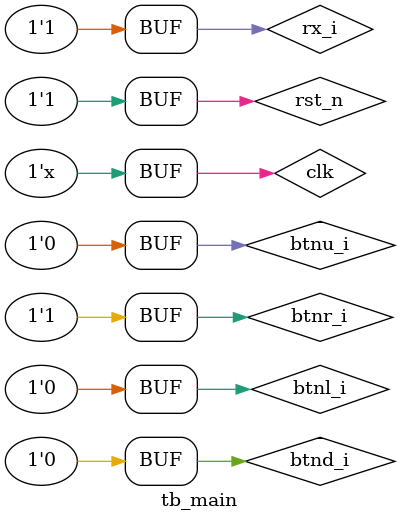
<source format=v>



module tb_main(

    );
    reg clk; // clock
    reg rst_n; // active-low reset
    reg btnl_i; // Left button
    reg btnu_i; // Upper button
    reg btnr_i; // Right button
    reg btnd_i; // Down button
    reg rx_i; // UART receive
    wire tx_o; // UART transmit
    // wire [87:0]deneme;
    
    bil265_proje_top uut(clk,rst_n,btnl_i,btnu_i,btnr_i,btnd_i,rx_i,tx_o); //deneme istenirse eklenebilir,
    // ana modülde de yorumdan kaldýrýlmalýdýr.
    
    always begin
    #5;
    clk =~clk;
    end
    
    
    
    initial begin
    
    rst_n=1'b0;
    clk=1'b0;
    rx_i=1'd1;
    btnl_i=1'b1;
    btnu_i=1'b0;
    btnr_i=1'b1;
    btnd_i=1'b0;
    #10;
    rst_n=1'b1;
    btnl_i=1'b0;
    btnu_i=1'b0;
    btnr_i=1'b1;
    btnd_i=1'b0;

    end
endmodule

</source>
